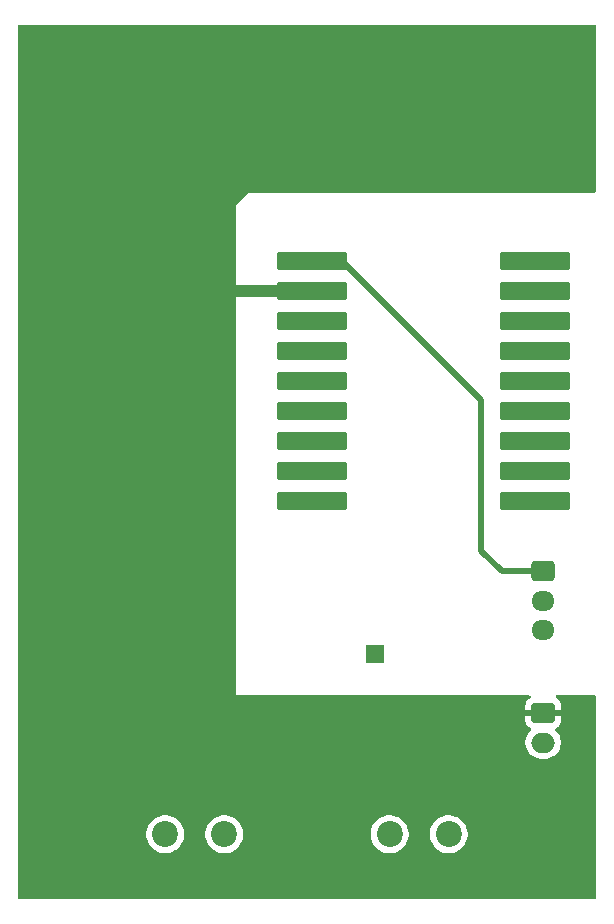
<source format=gbr>
%TF.GenerationSoftware,KiCad,Pcbnew,9.0.2*%
%TF.CreationDate,2025-07-25T15:36:06+01:00*%
%TF.ProjectId,doorbell_pcb_v2,646f6f72-6265-46c6-9c5f-7063625f7632,rev?*%
%TF.SameCoordinates,Original*%
%TF.FileFunction,Copper,L2,Bot*%
%TF.FilePolarity,Positive*%
%FSLAX46Y46*%
G04 Gerber Fmt 4.6, Leading zero omitted, Abs format (unit mm)*
G04 Created by KiCad (PCBNEW 9.0.2) date 2025-07-25 15:36:06*
%MOMM*%
%LPD*%
G01*
G04 APERTURE LIST*
G04 Aperture macros list*
%AMRoundRect*
0 Rectangle with rounded corners*
0 $1 Rounding radius*
0 $2 $3 $4 $5 $6 $7 $8 $9 X,Y pos of 4 corners*
0 Add a 4 corners polygon primitive as box body*
4,1,4,$2,$3,$4,$5,$6,$7,$8,$9,$2,$3,0*
0 Add four circle primitives for the rounded corners*
1,1,$1+$1,$2,$3*
1,1,$1+$1,$4,$5*
1,1,$1+$1,$6,$7*
1,1,$1+$1,$8,$9*
0 Add four rect primitives between the rounded corners*
20,1,$1+$1,$2,$3,$4,$5,0*
20,1,$1+$1,$4,$5,$6,$7,0*
20,1,$1+$1,$6,$7,$8,$9,0*
20,1,$1+$1,$8,$9,$2,$3,0*%
G04 Aperture macros list end*
%TA.AperFunction,ComponentPad*%
%ADD10C,4.400000*%
%TD*%
%TA.AperFunction,ComponentPad*%
%ADD11RoundRect,0.250000X-0.750000X0.600000X-0.750000X-0.600000X0.750000X-0.600000X0.750000X0.600000X0*%
%TD*%
%TA.AperFunction,ComponentPad*%
%ADD12O,2.000000X1.700000*%
%TD*%
%TA.AperFunction,ComponentPad*%
%ADD13C,2.200000*%
%TD*%
%TA.AperFunction,ComponentPad*%
%ADD14RoundRect,0.250000X-0.725000X0.600000X-0.725000X-0.600000X0.725000X-0.600000X0.725000X0.600000X0*%
%TD*%
%TA.AperFunction,ComponentPad*%
%ADD15O,1.950000X1.700000*%
%TD*%
%TA.AperFunction,ComponentPad*%
%ADD16RoundRect,0.225000X2.775000X0.525000X-2.775000X0.525000X-2.775000X-0.525000X2.775000X-0.525000X0*%
%TD*%
%TA.AperFunction,ComponentPad*%
%ADD17C,1.000000*%
%TD*%
%TA.AperFunction,ComponentPad*%
%ADD18RoundRect,0.225000X-2.775000X-0.525000X2.775000X-0.525000X2.775000X0.525000X-2.775000X0.525000X0*%
%TD*%
%TA.AperFunction,ComponentPad*%
%ADD19R,1.500000X1.500000*%
%TD*%
%TA.AperFunction,ViaPad*%
%ADD20C,1.500000*%
%TD*%
%TA.AperFunction,Conductor*%
%ADD21C,1.000000*%
%TD*%
%TA.AperFunction,Conductor*%
%ADD22C,0.500000*%
%TD*%
G04 APERTURE END LIST*
D10*
%TO.P,H2,1,1*%
%TO.N,GND*%
X170000000Y-60000000D03*
%TD*%
D11*
%TO.P,J3,1,Pin_1*%
%TO.N,GND*%
X170000000Y-113750000D03*
D12*
%TO.P,J3,2,Pin_2*%
%TO.N,/Ext Reset*%
X170000000Y-116250000D03*
%TD*%
D10*
%TO.P,H1,1,1*%
%TO.N,GND*%
X130000000Y-60000000D03*
%TD*%
%TO.P,H4,1,1*%
%TO.N,GND*%
X130000000Y-124000000D03*
%TD*%
D13*
%TO.P,J1,1,Pin_1*%
%TO.N,/VAC In B*%
X138000000Y-124000000D03*
%TO.P,J1,2,Pin_2*%
%TO.N,/VAC In A*%
X143000000Y-124000000D03*
%TD*%
D10*
%TO.P,H3,1,1*%
%TO.N,GND*%
X170000000Y-124000000D03*
%TD*%
D13*
%TO.P,J2,1,Pin_1*%
%TO.N,/VAC Out A*%
X157000000Y-124000000D03*
%TO.P,J2,2,Pin_2*%
%TO.N,/VAC In B*%
X162000000Y-124000000D03*
%TD*%
D14*
%TO.P,J4,1,Pin_1*%
%TO.N,+5V Internal*%
X170000000Y-101750000D03*
D15*
%TO.P,J4,2,Pin_2*%
%TO.N,/WS2812*%
X170000000Y-104250000D03*
%TO.P,J4,3,Pin_3*%
%TO.N,GND*%
X170000000Y-106750000D03*
%TD*%
D16*
%TO.P,U3,1,5V*%
%TO.N,+5V Internal*%
X150440000Y-75500000D03*
D17*
X152250000Y-75500000D03*
D16*
%TO.P,U3,2,GND*%
%TO.N,GND*%
X150440000Y-78040000D03*
D17*
X152250000Y-78040000D03*
D16*
%TO.P,U3,3,3V3*%
%TO.N,+3.3V*%
X150440000Y-80580000D03*
D17*
X152250000Y-80580000D03*
D16*
%TO.P,U3,4,GPIO_0*%
%TO.N,unconnected-(U3-GPIO_0-Pad4)*%
X150440000Y-83120000D03*
D17*
%TO.N,unconnected-(U3-GPIO_0-Pad4)_1*%
X152250000Y-83120000D03*
D16*
%TO.P,U3,5,GPIO_1*%
%TO.N,unconnected-(U3-GPIO_1-Pad5)*%
X150440000Y-85660000D03*
D17*
%TO.N,unconnected-(U3-GPIO_1-Pad5)_1*%
X152250000Y-85660000D03*
D16*
%TO.P,U3,6,GPIO_2*%
%TO.N,unconnected-(U3-GPIO_2-Pad6)_1*%
X150440000Y-88200000D03*
D17*
%TO.N,unconnected-(U3-GPIO_2-Pad6)*%
X152250000Y-88200000D03*
D16*
%TO.P,U3,7,GPIO_3*%
%TO.N,unconnected-(U3-GPIO_3-Pad7)_1*%
X150440000Y-90740000D03*
D17*
%TO.N,unconnected-(U3-GPIO_3-Pad7)*%
X152250000Y-90740000D03*
D16*
%TO.P,U3,8,GPIO_4*%
%TO.N,/ADC Input*%
X150440000Y-93280000D03*
D17*
X152250000Y-93280000D03*
D16*
%TO.P,U3,9,GPIO_5*%
%TO.N,unconnected-(U3-GPIO_5-Pad9)*%
X150440000Y-95820000D03*
D17*
%TO.N,unconnected-(U3-GPIO_5-Pad9)_1*%
X152250000Y-95820000D03*
%TO.P,U3,10,GPIO_6*%
%TO.N,/Ext Reset*%
X167490000Y-95820000D03*
D18*
X169300000Y-95820000D03*
D17*
%TO.P,U3,11,GPIO_7*%
%TO.N,unconnected-(U3-GPIO_7-Pad11)*%
X167490000Y-93280000D03*
D18*
%TO.N,unconnected-(U3-GPIO_7-Pad11)_1*%
X169300000Y-93280000D03*
D17*
%TO.P,U3,12,GPIO_8*%
%TO.N,unconnected-(U3-GPIO_8-Pad12)*%
X167490000Y-90740000D03*
D18*
%TO.N,unconnected-(U3-GPIO_8-Pad12)_1*%
X169300000Y-90740000D03*
D17*
%TO.P,U3,13,GPIO_9*%
%TO.N,unconnected-(U3-GPIO_9-Pad13)*%
X167490000Y-88200000D03*
D18*
%TO.N,unconnected-(U3-GPIO_9-Pad13)_1*%
X169300000Y-88200000D03*
D17*
%TO.P,U3,14,GPIO_10*%
%TO.N,unconnected-(U3-GPIO_10-Pad14)*%
X167490000Y-85660000D03*
D18*
%TO.N,unconnected-(U3-GPIO_10-Pad14)_1*%
X169300000Y-85660000D03*
D17*
%TO.P,U3,15,GPIO_18*%
%TO.N,unconnected-(U3-GPIO_18-Pad15)*%
X167490000Y-83120000D03*
D18*
%TO.N,unconnected-(U3-GPIO_18-Pad15)_1*%
X169300000Y-83120000D03*
D17*
%TO.P,U3,16,GPIO_19*%
%TO.N,unconnected-(U3-GPIO_19-Pad16)_1*%
X167490000Y-80580000D03*
D18*
%TO.N,unconnected-(U3-GPIO_19-Pad16)*%
X169300000Y-80580000D03*
D17*
%TO.P,U3,17,GPIO_20*%
%TO.N,unconnected-(U3-GPIO_20-Pad17)*%
X167490000Y-78040000D03*
D18*
%TO.N,unconnected-(U3-GPIO_20-Pad17)_1*%
X169300000Y-78040000D03*
D17*
%TO.P,U3,18,GPIO_21*%
%TO.N,/WS2812*%
X167490000Y-75500000D03*
D18*
X169300000Y-75500000D03*
%TD*%
D19*
%TO.P,TP1,1,1*%
%TO.N,/ADC Input*%
X155750000Y-108750000D03*
%TD*%
D20*
%TO.N,GND*%
X132750000Y-73500000D03*
X143000000Y-114000000D03*
X135825000Y-83075000D03*
X141250000Y-83580552D03*
X130000000Y-92750000D03*
X127000000Y-83250000D03*
X130000000Y-70750000D03*
X130000000Y-73500000D03*
X132750000Y-70750000D03*
X154250000Y-113500000D03*
X127250000Y-97000000D03*
%TD*%
D21*
%TO.N,GND*%
X142960000Y-78040000D02*
X141250000Y-79750000D01*
X141250000Y-79750000D02*
X141250000Y-83580552D01*
D22*
X141290552Y-83540000D02*
X141250000Y-83580552D01*
D21*
X148440000Y-78040000D02*
X142960000Y-78040000D01*
D22*
%TO.N,+5V Internal*%
X164750000Y-87250000D02*
X164750000Y-100000000D01*
X166500000Y-101750000D02*
X170000000Y-101750000D01*
X153000000Y-75500000D02*
X148440000Y-75500000D01*
X164750000Y-87250000D02*
X153000000Y-75500000D01*
X164750000Y-100000000D02*
X166500000Y-101750000D01*
%TD*%
%TA.AperFunction,Conductor*%
%TO.N,GND*%
G36*
X174442539Y-55520185D02*
G01*
X174488294Y-55572989D01*
X174499500Y-55624500D01*
X174499500Y-69449138D01*
X174479815Y-69516177D01*
X174463181Y-69536819D01*
X174286319Y-69713681D01*
X174224996Y-69747166D01*
X174198638Y-69750000D01*
X144999999Y-69750000D01*
X144000000Y-70749999D01*
X144000000Y-70750000D01*
X144000000Y-112250000D01*
X168843251Y-112250000D01*
X168910290Y-112269685D01*
X168956045Y-112322489D01*
X168965989Y-112391647D01*
X168936964Y-112455203D01*
X168908348Y-112479539D01*
X168781654Y-112557684D01*
X168657684Y-112681654D01*
X168565643Y-112830875D01*
X168565641Y-112830880D01*
X168510494Y-112997302D01*
X168510493Y-112997309D01*
X168500000Y-113100013D01*
X168500000Y-113500000D01*
X169566988Y-113500000D01*
X169534075Y-113557007D01*
X169500000Y-113684174D01*
X169500000Y-113815826D01*
X169534075Y-113942993D01*
X169566988Y-114000000D01*
X168500001Y-114000000D01*
X168500001Y-114399986D01*
X168510494Y-114502697D01*
X168565641Y-114669119D01*
X168565643Y-114669124D01*
X168657684Y-114818345D01*
X168781654Y-114942315D01*
X168936484Y-115037815D01*
X168983208Y-115089763D01*
X168994431Y-115158726D01*
X168966587Y-115222808D01*
X168959069Y-115231035D01*
X168819889Y-115370215D01*
X168694951Y-115542179D01*
X168598444Y-115731585D01*
X168532753Y-115933760D01*
X168499500Y-116143713D01*
X168499500Y-116356286D01*
X168532753Y-116566239D01*
X168598444Y-116768414D01*
X168694951Y-116957820D01*
X168819890Y-117129786D01*
X168970213Y-117280109D01*
X169142179Y-117405048D01*
X169142181Y-117405049D01*
X169142184Y-117405051D01*
X169331588Y-117501557D01*
X169533757Y-117567246D01*
X169743713Y-117600500D01*
X169743714Y-117600500D01*
X170256286Y-117600500D01*
X170256287Y-117600500D01*
X170466243Y-117567246D01*
X170668412Y-117501557D01*
X170857816Y-117405051D01*
X170879789Y-117389086D01*
X171029786Y-117280109D01*
X171029788Y-117280106D01*
X171029792Y-117280104D01*
X171180104Y-117129792D01*
X171180106Y-117129788D01*
X171180109Y-117129786D01*
X171305048Y-116957820D01*
X171305047Y-116957820D01*
X171305051Y-116957816D01*
X171401557Y-116768412D01*
X171467246Y-116566243D01*
X171500500Y-116356287D01*
X171500500Y-116143713D01*
X171467246Y-115933757D01*
X171401557Y-115731588D01*
X171305051Y-115542184D01*
X171305049Y-115542181D01*
X171305048Y-115542179D01*
X171180109Y-115370213D01*
X171040931Y-115231035D01*
X171007446Y-115169712D01*
X171012430Y-115100020D01*
X171054302Y-115044087D01*
X171063516Y-115037815D01*
X171218343Y-114942317D01*
X171342315Y-114818345D01*
X171434356Y-114669124D01*
X171434358Y-114669119D01*
X171489505Y-114502697D01*
X171489506Y-114502690D01*
X171499999Y-114399986D01*
X171500000Y-114399973D01*
X171500000Y-114000000D01*
X170433012Y-114000000D01*
X170465925Y-113942993D01*
X170500000Y-113815826D01*
X170500000Y-113684174D01*
X170465925Y-113557007D01*
X170433012Y-113500000D01*
X171499999Y-113500000D01*
X171499999Y-113100028D01*
X171499998Y-113100013D01*
X171489505Y-112997302D01*
X171434358Y-112830880D01*
X171434356Y-112830875D01*
X171342315Y-112681654D01*
X171218345Y-112557684D01*
X171091652Y-112479539D01*
X171044928Y-112427591D01*
X171033705Y-112358628D01*
X171061549Y-112294546D01*
X171119618Y-112255690D01*
X171156749Y-112250000D01*
X174375500Y-112250000D01*
X174442539Y-112269685D01*
X174488294Y-112322489D01*
X174499500Y-112374000D01*
X174499500Y-129375500D01*
X174479815Y-129442539D01*
X174427011Y-129488294D01*
X174375500Y-129499500D01*
X125624500Y-129499500D01*
X125557461Y-129479815D01*
X125511706Y-129427011D01*
X125500500Y-129375500D01*
X125500500Y-123874038D01*
X136399500Y-123874038D01*
X136399500Y-124125961D01*
X136438910Y-124374785D01*
X136516760Y-124614383D01*
X136631132Y-124838848D01*
X136779201Y-125042649D01*
X136779205Y-125042654D01*
X136957345Y-125220794D01*
X136957350Y-125220798D01*
X137135117Y-125349952D01*
X137161155Y-125368870D01*
X137304184Y-125441747D01*
X137385616Y-125483239D01*
X137385618Y-125483239D01*
X137385621Y-125483241D01*
X137625215Y-125561090D01*
X137874038Y-125600500D01*
X137874039Y-125600500D01*
X138125961Y-125600500D01*
X138125962Y-125600500D01*
X138374785Y-125561090D01*
X138614379Y-125483241D01*
X138838845Y-125368870D01*
X139042656Y-125220793D01*
X139220793Y-125042656D01*
X139368870Y-124838845D01*
X139483241Y-124614379D01*
X139561090Y-124374785D01*
X139600500Y-124125962D01*
X139600500Y-123874038D01*
X141399500Y-123874038D01*
X141399500Y-124125961D01*
X141438910Y-124374785D01*
X141516760Y-124614383D01*
X141631132Y-124838848D01*
X141779201Y-125042649D01*
X141779205Y-125042654D01*
X141957345Y-125220794D01*
X141957350Y-125220798D01*
X142135117Y-125349952D01*
X142161155Y-125368870D01*
X142304184Y-125441747D01*
X142385616Y-125483239D01*
X142385618Y-125483239D01*
X142385621Y-125483241D01*
X142625215Y-125561090D01*
X142874038Y-125600500D01*
X142874039Y-125600500D01*
X143125961Y-125600500D01*
X143125962Y-125600500D01*
X143374785Y-125561090D01*
X143614379Y-125483241D01*
X143838845Y-125368870D01*
X144042656Y-125220793D01*
X144220793Y-125042656D01*
X144368870Y-124838845D01*
X144483241Y-124614379D01*
X144561090Y-124374785D01*
X144600500Y-124125962D01*
X144600500Y-123874038D01*
X155399500Y-123874038D01*
X155399500Y-124125961D01*
X155438910Y-124374785D01*
X155516760Y-124614383D01*
X155631132Y-124838848D01*
X155779201Y-125042649D01*
X155779205Y-125042654D01*
X155957345Y-125220794D01*
X155957350Y-125220798D01*
X156135117Y-125349952D01*
X156161155Y-125368870D01*
X156304184Y-125441747D01*
X156385616Y-125483239D01*
X156385618Y-125483239D01*
X156385621Y-125483241D01*
X156625215Y-125561090D01*
X156874038Y-125600500D01*
X156874039Y-125600500D01*
X157125961Y-125600500D01*
X157125962Y-125600500D01*
X157374785Y-125561090D01*
X157614379Y-125483241D01*
X157838845Y-125368870D01*
X158042656Y-125220793D01*
X158220793Y-125042656D01*
X158368870Y-124838845D01*
X158483241Y-124614379D01*
X158561090Y-124374785D01*
X158600500Y-124125962D01*
X158600500Y-123874038D01*
X160399500Y-123874038D01*
X160399500Y-124125961D01*
X160438910Y-124374785D01*
X160516760Y-124614383D01*
X160631132Y-124838848D01*
X160779201Y-125042649D01*
X160779205Y-125042654D01*
X160957345Y-125220794D01*
X160957350Y-125220798D01*
X161135117Y-125349952D01*
X161161155Y-125368870D01*
X161304184Y-125441747D01*
X161385616Y-125483239D01*
X161385618Y-125483239D01*
X161385621Y-125483241D01*
X161625215Y-125561090D01*
X161874038Y-125600500D01*
X161874039Y-125600500D01*
X162125961Y-125600500D01*
X162125962Y-125600500D01*
X162374785Y-125561090D01*
X162614379Y-125483241D01*
X162838845Y-125368870D01*
X163042656Y-125220793D01*
X163220793Y-125042656D01*
X163368870Y-124838845D01*
X163483241Y-124614379D01*
X163561090Y-124374785D01*
X163600500Y-124125962D01*
X163600500Y-123874038D01*
X163561090Y-123625215D01*
X163483241Y-123385621D01*
X163483239Y-123385618D01*
X163483239Y-123385616D01*
X163441747Y-123304184D01*
X163368870Y-123161155D01*
X163349952Y-123135117D01*
X163220798Y-122957350D01*
X163220794Y-122957345D01*
X163042654Y-122779205D01*
X163042649Y-122779201D01*
X162838848Y-122631132D01*
X162838847Y-122631131D01*
X162838845Y-122631130D01*
X162768747Y-122595413D01*
X162614383Y-122516760D01*
X162374785Y-122438910D01*
X162125962Y-122399500D01*
X161874038Y-122399500D01*
X161749626Y-122419205D01*
X161625214Y-122438910D01*
X161385616Y-122516760D01*
X161161151Y-122631132D01*
X160957350Y-122779201D01*
X160957345Y-122779205D01*
X160779205Y-122957345D01*
X160779201Y-122957350D01*
X160631132Y-123161151D01*
X160516760Y-123385616D01*
X160438910Y-123625214D01*
X160399500Y-123874038D01*
X158600500Y-123874038D01*
X158561090Y-123625215D01*
X158483241Y-123385621D01*
X158483239Y-123385618D01*
X158483239Y-123385616D01*
X158441747Y-123304184D01*
X158368870Y-123161155D01*
X158349952Y-123135117D01*
X158220798Y-122957350D01*
X158220794Y-122957345D01*
X158042654Y-122779205D01*
X158042649Y-122779201D01*
X157838848Y-122631132D01*
X157838847Y-122631131D01*
X157838845Y-122631130D01*
X157768747Y-122595413D01*
X157614383Y-122516760D01*
X157374785Y-122438910D01*
X157125962Y-122399500D01*
X156874038Y-122399500D01*
X156749626Y-122419205D01*
X156625214Y-122438910D01*
X156385616Y-122516760D01*
X156161151Y-122631132D01*
X155957350Y-122779201D01*
X155957345Y-122779205D01*
X155779205Y-122957345D01*
X155779201Y-122957350D01*
X155631132Y-123161151D01*
X155516760Y-123385616D01*
X155438910Y-123625214D01*
X155399500Y-123874038D01*
X144600500Y-123874038D01*
X144561090Y-123625215D01*
X144483241Y-123385621D01*
X144483239Y-123385618D01*
X144483239Y-123385616D01*
X144441747Y-123304184D01*
X144368870Y-123161155D01*
X144349952Y-123135117D01*
X144220798Y-122957350D01*
X144220794Y-122957345D01*
X144042654Y-122779205D01*
X144042649Y-122779201D01*
X143838848Y-122631132D01*
X143838847Y-122631131D01*
X143838845Y-122631130D01*
X143768747Y-122595413D01*
X143614383Y-122516760D01*
X143374785Y-122438910D01*
X143125962Y-122399500D01*
X142874038Y-122399500D01*
X142749626Y-122419205D01*
X142625214Y-122438910D01*
X142385616Y-122516760D01*
X142161151Y-122631132D01*
X141957350Y-122779201D01*
X141957345Y-122779205D01*
X141779205Y-122957345D01*
X141779201Y-122957350D01*
X141631132Y-123161151D01*
X141516760Y-123385616D01*
X141438910Y-123625214D01*
X141399500Y-123874038D01*
X139600500Y-123874038D01*
X139561090Y-123625215D01*
X139483241Y-123385621D01*
X139483239Y-123385618D01*
X139483239Y-123385616D01*
X139441747Y-123304184D01*
X139368870Y-123161155D01*
X139349952Y-123135117D01*
X139220798Y-122957350D01*
X139220794Y-122957345D01*
X139042654Y-122779205D01*
X139042649Y-122779201D01*
X138838848Y-122631132D01*
X138838847Y-122631131D01*
X138838845Y-122631130D01*
X138768747Y-122595413D01*
X138614383Y-122516760D01*
X138374785Y-122438910D01*
X138125962Y-122399500D01*
X137874038Y-122399500D01*
X137749626Y-122419205D01*
X137625214Y-122438910D01*
X137385616Y-122516760D01*
X137161151Y-122631132D01*
X136957350Y-122779201D01*
X136957345Y-122779205D01*
X136779205Y-122957345D01*
X136779201Y-122957350D01*
X136631132Y-123161151D01*
X136516760Y-123385616D01*
X136438910Y-123625214D01*
X136399500Y-123874038D01*
X125500500Y-123874038D01*
X125500500Y-55624500D01*
X125520185Y-55557461D01*
X125572989Y-55511706D01*
X125624500Y-55500500D01*
X174375500Y-55500500D01*
X174442539Y-55520185D01*
G37*
%TD.AperFunction*%
%TD*%
M02*

</source>
